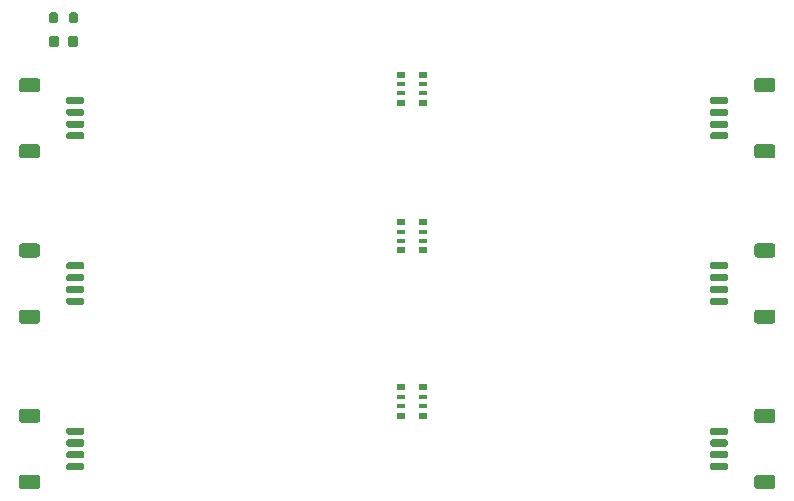
<source format=gbr>
%TF.GenerationSoftware,KiCad,Pcbnew,5.1.10*%
%TF.CreationDate,2021-06-19T09:57:27+02:00*%
%TF.ProjectId,RaspberryI2Cextender,52617370-6265-4727-9279-493243657874,rev?*%
%TF.SameCoordinates,Original*%
%TF.FileFunction,Paste,Top*%
%TF.FilePolarity,Positive*%
%FSLAX46Y46*%
G04 Gerber Fmt 4.6, Leading zero omitted, Abs format (unit mm)*
G04 Created by KiCad (PCBNEW 5.1.10) date 2021-06-19 09:57:27*
%MOMM*%
%LPD*%
G01*
G04 APERTURE LIST*
%ADD10R,0.800000X0.500000*%
%ADD11R,0.800000X0.400000*%
G04 APERTURE END LIST*
%TO.C,J2*%
G36*
G01*
X106875000Y-53200000D02*
X108125000Y-53200000D01*
G75*
G02*
X108275000Y-53350000I0J-150000D01*
G01*
X108275000Y-53650000D01*
G75*
G02*
X108125000Y-53800000I-150000J0D01*
G01*
X106875000Y-53800000D01*
G75*
G02*
X106725000Y-53650000I0J150000D01*
G01*
X106725000Y-53350000D01*
G75*
G02*
X106875000Y-53200000I150000J0D01*
G01*
G37*
G36*
G01*
X106875000Y-54200000D02*
X108125000Y-54200000D01*
G75*
G02*
X108275000Y-54350000I0J-150000D01*
G01*
X108275000Y-54650000D01*
G75*
G02*
X108125000Y-54800000I-150000J0D01*
G01*
X106875000Y-54800000D01*
G75*
G02*
X106725000Y-54650000I0J150000D01*
G01*
X106725000Y-54350000D01*
G75*
G02*
X106875000Y-54200000I150000J0D01*
G01*
G37*
G36*
G01*
X106875000Y-55200000D02*
X108125000Y-55200000D01*
G75*
G02*
X108275000Y-55350000I0J-150000D01*
G01*
X108275000Y-55650000D01*
G75*
G02*
X108125000Y-55800000I-150000J0D01*
G01*
X106875000Y-55800000D01*
G75*
G02*
X106725000Y-55650000I0J150000D01*
G01*
X106725000Y-55350000D01*
G75*
G02*
X106875000Y-55200000I150000J0D01*
G01*
G37*
G36*
G01*
X106875000Y-56200000D02*
X108125000Y-56200000D01*
G75*
G02*
X108275000Y-56350000I0J-150000D01*
G01*
X108275000Y-56650000D01*
G75*
G02*
X108125000Y-56800000I-150000J0D01*
G01*
X106875000Y-56800000D01*
G75*
G02*
X106725000Y-56650000I0J150000D01*
G01*
X106725000Y-56350000D01*
G75*
G02*
X106875000Y-56200000I150000J0D01*
G01*
G37*
G36*
G01*
X102974999Y-51600000D02*
X104275001Y-51600000D01*
G75*
G02*
X104525000Y-51849999I0J-249999D01*
G01*
X104525000Y-52550001D01*
G75*
G02*
X104275001Y-52800000I-249999J0D01*
G01*
X102974999Y-52800000D01*
G75*
G02*
X102725000Y-52550001I0J249999D01*
G01*
X102725000Y-51849999D01*
G75*
G02*
X102974999Y-51600000I249999J0D01*
G01*
G37*
G36*
G01*
X102974999Y-57200000D02*
X104275001Y-57200000D01*
G75*
G02*
X104525000Y-57449999I0J-249999D01*
G01*
X104525000Y-58150001D01*
G75*
G02*
X104275001Y-58400000I-249999J0D01*
G01*
X102974999Y-58400000D01*
G75*
G02*
X102725000Y-58150001I0J249999D01*
G01*
X102725000Y-57449999D01*
G75*
G02*
X102974999Y-57200000I249999J0D01*
G01*
G37*
%TD*%
%TO.C,D1*%
G36*
G01*
X107725000Y-48243750D02*
X107725000Y-48756250D01*
G75*
G02*
X107506250Y-48975000I-218750J0D01*
G01*
X107068750Y-48975000D01*
G75*
G02*
X106850000Y-48756250I0J218750D01*
G01*
X106850000Y-48243750D01*
G75*
G02*
X107068750Y-48025000I218750J0D01*
G01*
X107506250Y-48025000D01*
G75*
G02*
X107725000Y-48243750I0J-218750D01*
G01*
G37*
G36*
G01*
X106150000Y-48243750D02*
X106150000Y-48756250D01*
G75*
G02*
X105931250Y-48975000I-218750J0D01*
G01*
X105493750Y-48975000D01*
G75*
G02*
X105275000Y-48756250I0J218750D01*
G01*
X105275000Y-48243750D01*
G75*
G02*
X105493750Y-48025000I218750J0D01*
G01*
X105931250Y-48025000D01*
G75*
G02*
X106150000Y-48243750I0J-218750D01*
G01*
G37*
%TD*%
%TO.C,R1*%
G36*
G01*
X105275000Y-46775000D02*
X105275000Y-46225000D01*
G75*
G02*
X105475000Y-46025000I200000J0D01*
G01*
X105875000Y-46025000D01*
G75*
G02*
X106075000Y-46225000I0J-200000D01*
G01*
X106075000Y-46775000D01*
G75*
G02*
X105875000Y-46975000I-200000J0D01*
G01*
X105475000Y-46975000D01*
G75*
G02*
X105275000Y-46775000I0J200000D01*
G01*
G37*
G36*
G01*
X106925000Y-46775000D02*
X106925000Y-46225000D01*
G75*
G02*
X107125000Y-46025000I200000J0D01*
G01*
X107525000Y-46025000D01*
G75*
G02*
X107725000Y-46225000I0J-200000D01*
G01*
X107725000Y-46775000D01*
G75*
G02*
X107525000Y-46975000I-200000J0D01*
G01*
X107125000Y-46975000D01*
G75*
G02*
X106925000Y-46775000I0J200000D01*
G01*
G37*
%TD*%
%TO.C,J3*%
G36*
G01*
X102974999Y-71200000D02*
X104275001Y-71200000D01*
G75*
G02*
X104525000Y-71449999I0J-249999D01*
G01*
X104525000Y-72150001D01*
G75*
G02*
X104275001Y-72400000I-249999J0D01*
G01*
X102974999Y-72400000D01*
G75*
G02*
X102725000Y-72150001I0J249999D01*
G01*
X102725000Y-71449999D01*
G75*
G02*
X102974999Y-71200000I249999J0D01*
G01*
G37*
G36*
G01*
X102974999Y-65600000D02*
X104275001Y-65600000D01*
G75*
G02*
X104525000Y-65849999I0J-249999D01*
G01*
X104525000Y-66550001D01*
G75*
G02*
X104275001Y-66800000I-249999J0D01*
G01*
X102974999Y-66800000D01*
G75*
G02*
X102725000Y-66550001I0J249999D01*
G01*
X102725000Y-65849999D01*
G75*
G02*
X102974999Y-65600000I249999J0D01*
G01*
G37*
G36*
G01*
X106875000Y-70200000D02*
X108125000Y-70200000D01*
G75*
G02*
X108275000Y-70350000I0J-150000D01*
G01*
X108275000Y-70650000D01*
G75*
G02*
X108125000Y-70800000I-150000J0D01*
G01*
X106875000Y-70800000D01*
G75*
G02*
X106725000Y-70650000I0J150000D01*
G01*
X106725000Y-70350000D01*
G75*
G02*
X106875000Y-70200000I150000J0D01*
G01*
G37*
G36*
G01*
X106875000Y-69200000D02*
X108125000Y-69200000D01*
G75*
G02*
X108275000Y-69350000I0J-150000D01*
G01*
X108275000Y-69650000D01*
G75*
G02*
X108125000Y-69800000I-150000J0D01*
G01*
X106875000Y-69800000D01*
G75*
G02*
X106725000Y-69650000I0J150000D01*
G01*
X106725000Y-69350000D01*
G75*
G02*
X106875000Y-69200000I150000J0D01*
G01*
G37*
G36*
G01*
X106875000Y-68200000D02*
X108125000Y-68200000D01*
G75*
G02*
X108275000Y-68350000I0J-150000D01*
G01*
X108275000Y-68650000D01*
G75*
G02*
X108125000Y-68800000I-150000J0D01*
G01*
X106875000Y-68800000D01*
G75*
G02*
X106725000Y-68650000I0J150000D01*
G01*
X106725000Y-68350000D01*
G75*
G02*
X106875000Y-68200000I150000J0D01*
G01*
G37*
G36*
G01*
X106875000Y-67200000D02*
X108125000Y-67200000D01*
G75*
G02*
X108275000Y-67350000I0J-150000D01*
G01*
X108275000Y-67650000D01*
G75*
G02*
X108125000Y-67800000I-150000J0D01*
G01*
X106875000Y-67800000D01*
G75*
G02*
X106725000Y-67650000I0J150000D01*
G01*
X106725000Y-67350000D01*
G75*
G02*
X106875000Y-67200000I150000J0D01*
G01*
G37*
%TD*%
%TO.C,J4*%
G36*
G01*
X102974999Y-85200000D02*
X104275001Y-85200000D01*
G75*
G02*
X104525000Y-85449999I0J-249999D01*
G01*
X104525000Y-86150001D01*
G75*
G02*
X104275001Y-86400000I-249999J0D01*
G01*
X102974999Y-86400000D01*
G75*
G02*
X102725000Y-86150001I0J249999D01*
G01*
X102725000Y-85449999D01*
G75*
G02*
X102974999Y-85200000I249999J0D01*
G01*
G37*
G36*
G01*
X102974999Y-79600000D02*
X104275001Y-79600000D01*
G75*
G02*
X104525000Y-79849999I0J-249999D01*
G01*
X104525000Y-80550001D01*
G75*
G02*
X104275001Y-80800000I-249999J0D01*
G01*
X102974999Y-80800000D01*
G75*
G02*
X102725000Y-80550001I0J249999D01*
G01*
X102725000Y-79849999D01*
G75*
G02*
X102974999Y-79600000I249999J0D01*
G01*
G37*
G36*
G01*
X106875000Y-84200000D02*
X108125000Y-84200000D01*
G75*
G02*
X108275000Y-84350000I0J-150000D01*
G01*
X108275000Y-84650000D01*
G75*
G02*
X108125000Y-84800000I-150000J0D01*
G01*
X106875000Y-84800000D01*
G75*
G02*
X106725000Y-84650000I0J150000D01*
G01*
X106725000Y-84350000D01*
G75*
G02*
X106875000Y-84200000I150000J0D01*
G01*
G37*
G36*
G01*
X106875000Y-83200000D02*
X108125000Y-83200000D01*
G75*
G02*
X108275000Y-83350000I0J-150000D01*
G01*
X108275000Y-83650000D01*
G75*
G02*
X108125000Y-83800000I-150000J0D01*
G01*
X106875000Y-83800000D01*
G75*
G02*
X106725000Y-83650000I0J150000D01*
G01*
X106725000Y-83350000D01*
G75*
G02*
X106875000Y-83200000I150000J0D01*
G01*
G37*
G36*
G01*
X106875000Y-82200000D02*
X108125000Y-82200000D01*
G75*
G02*
X108275000Y-82350000I0J-150000D01*
G01*
X108275000Y-82650000D01*
G75*
G02*
X108125000Y-82800000I-150000J0D01*
G01*
X106875000Y-82800000D01*
G75*
G02*
X106725000Y-82650000I0J150000D01*
G01*
X106725000Y-82350000D01*
G75*
G02*
X106875000Y-82200000I150000J0D01*
G01*
G37*
G36*
G01*
X106875000Y-81200000D02*
X108125000Y-81200000D01*
G75*
G02*
X108275000Y-81350000I0J-150000D01*
G01*
X108275000Y-81650000D01*
G75*
G02*
X108125000Y-81800000I-150000J0D01*
G01*
X106875000Y-81800000D01*
G75*
G02*
X106725000Y-81650000I0J150000D01*
G01*
X106725000Y-81350000D01*
G75*
G02*
X106875000Y-81200000I150000J0D01*
G01*
G37*
%TD*%
%TO.C,J5*%
G36*
G01*
X162625000Y-70800000D02*
X161375000Y-70800000D01*
G75*
G02*
X161225000Y-70650000I0J150000D01*
G01*
X161225000Y-70350000D01*
G75*
G02*
X161375000Y-70200000I150000J0D01*
G01*
X162625000Y-70200000D01*
G75*
G02*
X162775000Y-70350000I0J-150000D01*
G01*
X162775000Y-70650000D01*
G75*
G02*
X162625000Y-70800000I-150000J0D01*
G01*
G37*
G36*
G01*
X162625000Y-69800000D02*
X161375000Y-69800000D01*
G75*
G02*
X161225000Y-69650000I0J150000D01*
G01*
X161225000Y-69350000D01*
G75*
G02*
X161375000Y-69200000I150000J0D01*
G01*
X162625000Y-69200000D01*
G75*
G02*
X162775000Y-69350000I0J-150000D01*
G01*
X162775000Y-69650000D01*
G75*
G02*
X162625000Y-69800000I-150000J0D01*
G01*
G37*
G36*
G01*
X162625000Y-68800000D02*
X161375000Y-68800000D01*
G75*
G02*
X161225000Y-68650000I0J150000D01*
G01*
X161225000Y-68350000D01*
G75*
G02*
X161375000Y-68200000I150000J0D01*
G01*
X162625000Y-68200000D01*
G75*
G02*
X162775000Y-68350000I0J-150000D01*
G01*
X162775000Y-68650000D01*
G75*
G02*
X162625000Y-68800000I-150000J0D01*
G01*
G37*
G36*
G01*
X162625000Y-67800000D02*
X161375000Y-67800000D01*
G75*
G02*
X161225000Y-67650000I0J150000D01*
G01*
X161225000Y-67350000D01*
G75*
G02*
X161375000Y-67200000I150000J0D01*
G01*
X162625000Y-67200000D01*
G75*
G02*
X162775000Y-67350000I0J-150000D01*
G01*
X162775000Y-67650000D01*
G75*
G02*
X162625000Y-67800000I-150000J0D01*
G01*
G37*
G36*
G01*
X166525001Y-72400000D02*
X165224999Y-72400000D01*
G75*
G02*
X164975000Y-72150001I0J249999D01*
G01*
X164975000Y-71449999D01*
G75*
G02*
X165224999Y-71200000I249999J0D01*
G01*
X166525001Y-71200000D01*
G75*
G02*
X166775000Y-71449999I0J-249999D01*
G01*
X166775000Y-72150001D01*
G75*
G02*
X166525001Y-72400000I-249999J0D01*
G01*
G37*
G36*
G01*
X166525001Y-66800000D02*
X165224999Y-66800000D01*
G75*
G02*
X164975000Y-66550001I0J249999D01*
G01*
X164975000Y-65849999D01*
G75*
G02*
X165224999Y-65600000I249999J0D01*
G01*
X166525001Y-65600000D01*
G75*
G02*
X166775000Y-65849999I0J-249999D01*
G01*
X166775000Y-66550001D01*
G75*
G02*
X166525001Y-66800000I-249999J0D01*
G01*
G37*
%TD*%
%TO.C,J6*%
G36*
G01*
X162625000Y-56800000D02*
X161375000Y-56800000D01*
G75*
G02*
X161225000Y-56650000I0J150000D01*
G01*
X161225000Y-56350000D01*
G75*
G02*
X161375000Y-56200000I150000J0D01*
G01*
X162625000Y-56200000D01*
G75*
G02*
X162775000Y-56350000I0J-150000D01*
G01*
X162775000Y-56650000D01*
G75*
G02*
X162625000Y-56800000I-150000J0D01*
G01*
G37*
G36*
G01*
X162625000Y-55800000D02*
X161375000Y-55800000D01*
G75*
G02*
X161225000Y-55650000I0J150000D01*
G01*
X161225000Y-55350000D01*
G75*
G02*
X161375000Y-55200000I150000J0D01*
G01*
X162625000Y-55200000D01*
G75*
G02*
X162775000Y-55350000I0J-150000D01*
G01*
X162775000Y-55650000D01*
G75*
G02*
X162625000Y-55800000I-150000J0D01*
G01*
G37*
G36*
G01*
X162625000Y-54800000D02*
X161375000Y-54800000D01*
G75*
G02*
X161225000Y-54650000I0J150000D01*
G01*
X161225000Y-54350000D01*
G75*
G02*
X161375000Y-54200000I150000J0D01*
G01*
X162625000Y-54200000D01*
G75*
G02*
X162775000Y-54350000I0J-150000D01*
G01*
X162775000Y-54650000D01*
G75*
G02*
X162625000Y-54800000I-150000J0D01*
G01*
G37*
G36*
G01*
X162625000Y-53800000D02*
X161375000Y-53800000D01*
G75*
G02*
X161225000Y-53650000I0J150000D01*
G01*
X161225000Y-53350000D01*
G75*
G02*
X161375000Y-53200000I150000J0D01*
G01*
X162625000Y-53200000D01*
G75*
G02*
X162775000Y-53350000I0J-150000D01*
G01*
X162775000Y-53650000D01*
G75*
G02*
X162625000Y-53800000I-150000J0D01*
G01*
G37*
G36*
G01*
X166525001Y-58400000D02*
X165224999Y-58400000D01*
G75*
G02*
X164975000Y-58150001I0J249999D01*
G01*
X164975000Y-57449999D01*
G75*
G02*
X165224999Y-57200000I249999J0D01*
G01*
X166525001Y-57200000D01*
G75*
G02*
X166775000Y-57449999I0J-249999D01*
G01*
X166775000Y-58150001D01*
G75*
G02*
X166525001Y-58400000I-249999J0D01*
G01*
G37*
G36*
G01*
X166525001Y-52800000D02*
X165224999Y-52800000D01*
G75*
G02*
X164975000Y-52550001I0J249999D01*
G01*
X164975000Y-51849999D01*
G75*
G02*
X165224999Y-51600000I249999J0D01*
G01*
X166525001Y-51600000D01*
G75*
G02*
X166775000Y-51849999I0J-249999D01*
G01*
X166775000Y-52550001D01*
G75*
G02*
X166525001Y-52800000I-249999J0D01*
G01*
G37*
%TD*%
%TO.C,J7*%
G36*
G01*
X166525001Y-80800000D02*
X165224999Y-80800000D01*
G75*
G02*
X164975000Y-80550001I0J249999D01*
G01*
X164975000Y-79849999D01*
G75*
G02*
X165224999Y-79600000I249999J0D01*
G01*
X166525001Y-79600000D01*
G75*
G02*
X166775000Y-79849999I0J-249999D01*
G01*
X166775000Y-80550001D01*
G75*
G02*
X166525001Y-80800000I-249999J0D01*
G01*
G37*
G36*
G01*
X166525001Y-86400000D02*
X165224999Y-86400000D01*
G75*
G02*
X164975000Y-86150001I0J249999D01*
G01*
X164975000Y-85449999D01*
G75*
G02*
X165224999Y-85200000I249999J0D01*
G01*
X166525001Y-85200000D01*
G75*
G02*
X166775000Y-85449999I0J-249999D01*
G01*
X166775000Y-86150001D01*
G75*
G02*
X166525001Y-86400000I-249999J0D01*
G01*
G37*
G36*
G01*
X162625000Y-81800000D02*
X161375000Y-81800000D01*
G75*
G02*
X161225000Y-81650000I0J150000D01*
G01*
X161225000Y-81350000D01*
G75*
G02*
X161375000Y-81200000I150000J0D01*
G01*
X162625000Y-81200000D01*
G75*
G02*
X162775000Y-81350000I0J-150000D01*
G01*
X162775000Y-81650000D01*
G75*
G02*
X162625000Y-81800000I-150000J0D01*
G01*
G37*
G36*
G01*
X162625000Y-82800000D02*
X161375000Y-82800000D01*
G75*
G02*
X161225000Y-82650000I0J150000D01*
G01*
X161225000Y-82350000D01*
G75*
G02*
X161375000Y-82200000I150000J0D01*
G01*
X162625000Y-82200000D01*
G75*
G02*
X162775000Y-82350000I0J-150000D01*
G01*
X162775000Y-82650000D01*
G75*
G02*
X162625000Y-82800000I-150000J0D01*
G01*
G37*
G36*
G01*
X162625000Y-83800000D02*
X161375000Y-83800000D01*
G75*
G02*
X161225000Y-83650000I0J150000D01*
G01*
X161225000Y-83350000D01*
G75*
G02*
X161375000Y-83200000I150000J0D01*
G01*
X162625000Y-83200000D01*
G75*
G02*
X162775000Y-83350000I0J-150000D01*
G01*
X162775000Y-83650000D01*
G75*
G02*
X162625000Y-83800000I-150000J0D01*
G01*
G37*
G36*
G01*
X162625000Y-84800000D02*
X161375000Y-84800000D01*
G75*
G02*
X161225000Y-84650000I0J150000D01*
G01*
X161225000Y-84350000D01*
G75*
G02*
X161375000Y-84200000I150000J0D01*
G01*
X162625000Y-84200000D01*
G75*
G02*
X162775000Y-84350000I0J-150000D01*
G01*
X162775000Y-84650000D01*
G75*
G02*
X162625000Y-84800000I-150000J0D01*
G01*
G37*
%TD*%
D10*
%TO.C,RN1*%
X135100000Y-51300000D03*
D11*
X135100000Y-52900000D03*
X135100000Y-52100000D03*
D10*
X135100000Y-53700000D03*
D11*
X136900000Y-52100000D03*
D10*
X136900000Y-51300000D03*
D11*
X136900000Y-52900000D03*
D10*
X136900000Y-53700000D03*
%TD*%
%TO.C,RN2*%
X136900000Y-66200000D03*
D11*
X136900000Y-65400000D03*
D10*
X136900000Y-63800000D03*
D11*
X136900000Y-64600000D03*
D10*
X135100000Y-66200000D03*
D11*
X135100000Y-64600000D03*
X135100000Y-65400000D03*
D10*
X135100000Y-63800000D03*
%TD*%
%TO.C,RN3*%
X135100000Y-77800000D03*
D11*
X135100000Y-79400000D03*
X135100000Y-78600000D03*
D10*
X135100000Y-80200000D03*
D11*
X136900000Y-78600000D03*
D10*
X136900000Y-77800000D03*
D11*
X136900000Y-79400000D03*
D10*
X136900000Y-80200000D03*
%TD*%
M02*

</source>
